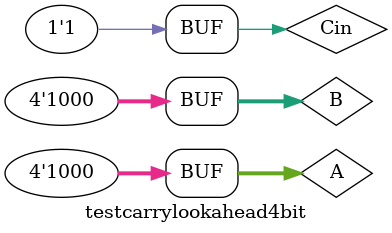
<source format=v>
`timescale 1ns / 1ps


module testcarrylookahead4bit;

	reg [3:0] A;
	reg [3:0] B;
	reg Cin;
	// Outputs
	wire [3:0] S;
	wire G;
	wire P;

	// Instantiate the Unit Under Test (UUT)
	carrylookahead4bit uut (
		.S(S), 
		.g(G),
		.p(P),
		.A(A),
		.B(B),
		.C(Cin)
	);

	initial begin
		// Initialize Inputs
		A = 8;
		B = 8;
		Cin = 1;
		// Wait 100 ns for global reset to finish
		#100;
        
		// Add stimulus here

	end
      
endmodule


</source>
